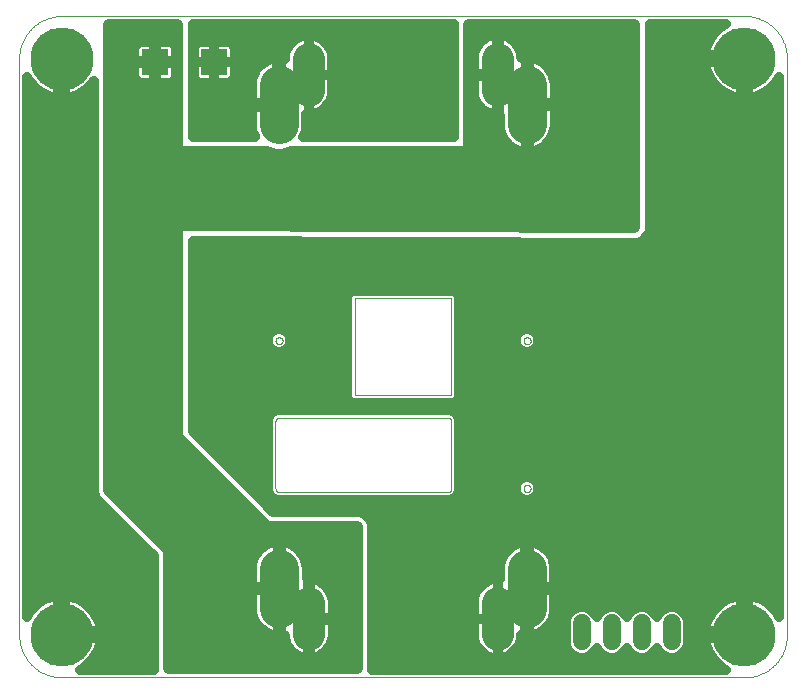
<source format=gbl>
G75*
%MOIN*%
%OFA0B0*%
%FSLAX25Y25*%
%IPPOS*%
%LPD*%
%AMOC8*
5,1,8,0,0,1.08239X$1,22.5*
%
%ADD10C,0.00000*%
%ADD11C,0.12992*%
%ADD12C,0.10630*%
%ADD13C,0.21000*%
%ADD14C,0.06000*%
%ADD15R,0.08600X0.08600*%
%ADD16C,0.03200*%
%ADD17C,0.01981*%
%ADD18C,0.04000*%
%ADD19C,0.01600*%
%ADD20C,0.03543*%
D10*
X0016773Y0003000D02*
X0244332Y0003000D01*
X0244674Y0003004D01*
X0245017Y0003017D01*
X0245359Y0003037D01*
X0245700Y0003066D01*
X0246040Y0003103D01*
X0246380Y0003149D01*
X0246718Y0003202D01*
X0247055Y0003264D01*
X0247390Y0003334D01*
X0247724Y0003412D01*
X0248055Y0003498D01*
X0248385Y0003592D01*
X0248712Y0003694D01*
X0249036Y0003803D01*
X0249358Y0003921D01*
X0249677Y0004046D01*
X0249992Y0004179D01*
X0250305Y0004320D01*
X0250613Y0004468D01*
X0250919Y0004623D01*
X0251220Y0004786D01*
X0251517Y0004956D01*
X0251810Y0005133D01*
X0252099Y0005318D01*
X0252383Y0005509D01*
X0252663Y0005707D01*
X0252937Y0005911D01*
X0253207Y0006123D01*
X0253471Y0006340D01*
X0253730Y0006564D01*
X0253984Y0006795D01*
X0254232Y0007031D01*
X0254474Y0007273D01*
X0254710Y0007521D01*
X0254941Y0007775D01*
X0255165Y0008034D01*
X0255382Y0008298D01*
X0255594Y0008568D01*
X0255798Y0008842D01*
X0255996Y0009122D01*
X0256187Y0009406D01*
X0256372Y0009695D01*
X0256549Y0009988D01*
X0256719Y0010285D01*
X0256882Y0010586D01*
X0257037Y0010892D01*
X0257185Y0011200D01*
X0257326Y0011513D01*
X0257459Y0011828D01*
X0257584Y0012147D01*
X0257702Y0012469D01*
X0257811Y0012793D01*
X0257913Y0013120D01*
X0258007Y0013450D01*
X0258093Y0013781D01*
X0258171Y0014115D01*
X0258241Y0014450D01*
X0258303Y0014787D01*
X0258356Y0015125D01*
X0258402Y0015465D01*
X0258439Y0015805D01*
X0258468Y0016146D01*
X0258488Y0016488D01*
X0258501Y0016831D01*
X0258505Y0017173D01*
X0258506Y0017173D02*
X0258506Y0209299D01*
X0258505Y0209299D02*
X0258501Y0209641D01*
X0258488Y0209984D01*
X0258468Y0210326D01*
X0258439Y0210667D01*
X0258402Y0211007D01*
X0258356Y0211347D01*
X0258303Y0211685D01*
X0258241Y0212022D01*
X0258171Y0212357D01*
X0258093Y0212691D01*
X0258007Y0213022D01*
X0257913Y0213352D01*
X0257811Y0213679D01*
X0257702Y0214003D01*
X0257584Y0214325D01*
X0257459Y0214644D01*
X0257326Y0214959D01*
X0257185Y0215272D01*
X0257037Y0215580D01*
X0256882Y0215886D01*
X0256719Y0216187D01*
X0256549Y0216484D01*
X0256372Y0216777D01*
X0256187Y0217066D01*
X0255996Y0217350D01*
X0255798Y0217630D01*
X0255594Y0217904D01*
X0255382Y0218174D01*
X0255165Y0218438D01*
X0254941Y0218697D01*
X0254710Y0218951D01*
X0254474Y0219199D01*
X0254232Y0219441D01*
X0253984Y0219677D01*
X0253730Y0219908D01*
X0253471Y0220132D01*
X0253207Y0220349D01*
X0252937Y0220561D01*
X0252663Y0220765D01*
X0252383Y0220963D01*
X0252099Y0221154D01*
X0251810Y0221339D01*
X0251517Y0221516D01*
X0251220Y0221686D01*
X0250919Y0221849D01*
X0250613Y0222004D01*
X0250305Y0222152D01*
X0249992Y0222293D01*
X0249677Y0222426D01*
X0249358Y0222551D01*
X0249036Y0222669D01*
X0248712Y0222778D01*
X0248385Y0222880D01*
X0248055Y0222974D01*
X0247724Y0223060D01*
X0247390Y0223138D01*
X0247055Y0223208D01*
X0246718Y0223270D01*
X0246380Y0223323D01*
X0246040Y0223369D01*
X0245700Y0223406D01*
X0245359Y0223435D01*
X0245017Y0223455D01*
X0244674Y0223468D01*
X0244332Y0223472D01*
X0016773Y0223472D01*
X0016431Y0223468D01*
X0016088Y0223455D01*
X0015746Y0223435D01*
X0015405Y0223406D01*
X0015065Y0223369D01*
X0014725Y0223323D01*
X0014387Y0223270D01*
X0014050Y0223208D01*
X0013715Y0223138D01*
X0013381Y0223060D01*
X0013050Y0222974D01*
X0012720Y0222880D01*
X0012393Y0222778D01*
X0012069Y0222669D01*
X0011747Y0222551D01*
X0011428Y0222426D01*
X0011113Y0222293D01*
X0010800Y0222152D01*
X0010492Y0222004D01*
X0010186Y0221849D01*
X0009885Y0221686D01*
X0009588Y0221516D01*
X0009295Y0221339D01*
X0009006Y0221154D01*
X0008722Y0220963D01*
X0008442Y0220765D01*
X0008168Y0220561D01*
X0007898Y0220349D01*
X0007634Y0220132D01*
X0007375Y0219908D01*
X0007121Y0219677D01*
X0006873Y0219441D01*
X0006631Y0219199D01*
X0006395Y0218951D01*
X0006164Y0218697D01*
X0005940Y0218438D01*
X0005723Y0218174D01*
X0005511Y0217904D01*
X0005307Y0217630D01*
X0005109Y0217350D01*
X0004918Y0217066D01*
X0004733Y0216777D01*
X0004556Y0216484D01*
X0004386Y0216187D01*
X0004223Y0215886D01*
X0004068Y0215580D01*
X0003920Y0215272D01*
X0003779Y0214959D01*
X0003646Y0214644D01*
X0003521Y0214325D01*
X0003403Y0214003D01*
X0003294Y0213679D01*
X0003192Y0213352D01*
X0003098Y0213022D01*
X0003012Y0212691D01*
X0002934Y0212357D01*
X0002864Y0212022D01*
X0002802Y0211685D01*
X0002749Y0211347D01*
X0002703Y0211007D01*
X0002666Y0210667D01*
X0002637Y0210326D01*
X0002617Y0209984D01*
X0002604Y0209641D01*
X0002600Y0209299D01*
X0002600Y0017173D01*
X0002604Y0016831D01*
X0002617Y0016488D01*
X0002637Y0016146D01*
X0002666Y0015805D01*
X0002703Y0015465D01*
X0002749Y0015125D01*
X0002802Y0014787D01*
X0002864Y0014450D01*
X0002934Y0014115D01*
X0003012Y0013781D01*
X0003098Y0013450D01*
X0003192Y0013120D01*
X0003294Y0012793D01*
X0003403Y0012469D01*
X0003521Y0012147D01*
X0003646Y0011828D01*
X0003779Y0011513D01*
X0003920Y0011200D01*
X0004068Y0010892D01*
X0004223Y0010586D01*
X0004386Y0010285D01*
X0004556Y0009988D01*
X0004733Y0009695D01*
X0004918Y0009406D01*
X0005109Y0009122D01*
X0005307Y0008842D01*
X0005511Y0008568D01*
X0005723Y0008298D01*
X0005940Y0008034D01*
X0006164Y0007775D01*
X0006395Y0007521D01*
X0006631Y0007273D01*
X0006873Y0007031D01*
X0007121Y0006795D01*
X0007375Y0006564D01*
X0007634Y0006340D01*
X0007898Y0006123D01*
X0008168Y0005911D01*
X0008442Y0005707D01*
X0008722Y0005509D01*
X0009006Y0005318D01*
X0009295Y0005133D01*
X0009588Y0004956D01*
X0009885Y0004786D01*
X0010186Y0004623D01*
X0010492Y0004468D01*
X0010800Y0004320D01*
X0011113Y0004179D01*
X0011428Y0004046D01*
X0011747Y0003921D01*
X0012069Y0003803D01*
X0012393Y0003694D01*
X0012720Y0003592D01*
X0013050Y0003498D01*
X0013381Y0003412D01*
X0013715Y0003334D01*
X0014050Y0003264D01*
X0014387Y0003202D01*
X0014725Y0003149D01*
X0015065Y0003103D01*
X0015405Y0003066D01*
X0015746Y0003037D01*
X0016088Y0003017D01*
X0016431Y0003004D01*
X0016773Y0003000D01*
X0088033Y0066031D02*
X0088033Y0088433D01*
X0088035Y0088499D01*
X0088040Y0088565D01*
X0088050Y0088631D01*
X0088063Y0088696D01*
X0088079Y0088760D01*
X0088099Y0088823D01*
X0088123Y0088885D01*
X0088150Y0088945D01*
X0088180Y0089004D01*
X0088214Y0089061D01*
X0088251Y0089116D01*
X0088291Y0089169D01*
X0088333Y0089220D01*
X0088379Y0089268D01*
X0088427Y0089314D01*
X0088478Y0089356D01*
X0088531Y0089396D01*
X0088586Y0089433D01*
X0088643Y0089467D01*
X0088702Y0089497D01*
X0088762Y0089524D01*
X0088824Y0089548D01*
X0088887Y0089568D01*
X0088951Y0089584D01*
X0089016Y0089597D01*
X0089082Y0089607D01*
X0089148Y0089612D01*
X0089214Y0089614D01*
X0145513Y0089614D01*
X0145579Y0089612D01*
X0145645Y0089607D01*
X0145711Y0089597D01*
X0145776Y0089584D01*
X0145840Y0089568D01*
X0145903Y0089548D01*
X0145965Y0089524D01*
X0146025Y0089497D01*
X0146084Y0089467D01*
X0146141Y0089433D01*
X0146196Y0089396D01*
X0146249Y0089356D01*
X0146300Y0089314D01*
X0146348Y0089268D01*
X0146394Y0089220D01*
X0146436Y0089169D01*
X0146476Y0089116D01*
X0146513Y0089061D01*
X0146547Y0089004D01*
X0146577Y0088945D01*
X0146604Y0088885D01*
X0146628Y0088823D01*
X0146648Y0088760D01*
X0146664Y0088696D01*
X0146677Y0088631D01*
X0146687Y0088565D01*
X0146692Y0088499D01*
X0146694Y0088433D01*
X0146694Y0065992D01*
X0146692Y0065926D01*
X0146687Y0065860D01*
X0146677Y0065794D01*
X0146664Y0065729D01*
X0146648Y0065665D01*
X0146628Y0065602D01*
X0146604Y0065540D01*
X0146577Y0065480D01*
X0146547Y0065421D01*
X0146513Y0065364D01*
X0146476Y0065309D01*
X0146436Y0065256D01*
X0146394Y0065205D01*
X0146348Y0065157D01*
X0146300Y0065111D01*
X0146249Y0065069D01*
X0146196Y0065029D01*
X0146141Y0064992D01*
X0146084Y0064958D01*
X0146025Y0064928D01*
X0145965Y0064901D01*
X0145903Y0064877D01*
X0145840Y0064857D01*
X0145776Y0064841D01*
X0145711Y0064828D01*
X0145645Y0064818D01*
X0145579Y0064813D01*
X0145513Y0064811D01*
X0089214Y0064811D01*
X0089148Y0064813D01*
X0089082Y0064818D01*
X0089016Y0064828D01*
X0088951Y0064841D01*
X0088887Y0064857D01*
X0088824Y0064877D01*
X0088762Y0064901D01*
X0088702Y0064928D01*
X0088643Y0064958D01*
X0088586Y0064992D01*
X0088531Y0065029D01*
X0088478Y0065069D01*
X0088427Y0065111D01*
X0088379Y0065157D01*
X0088333Y0065205D01*
X0088291Y0065256D01*
X0088251Y0065309D01*
X0088214Y0065364D01*
X0088180Y0065421D01*
X0088150Y0065480D01*
X0088123Y0065540D01*
X0088099Y0065602D01*
X0088079Y0065665D01*
X0088063Y0065729D01*
X0088050Y0065794D01*
X0088040Y0065860D01*
X0088035Y0065926D01*
X0088033Y0065992D01*
X0114411Y0097094D02*
X0146694Y0097094D01*
X0146694Y0129378D01*
X0114411Y0129378D01*
X0114411Y0097094D01*
X0088033Y0115205D02*
X0088035Y0115274D01*
X0088041Y0115342D01*
X0088051Y0115410D01*
X0088065Y0115477D01*
X0088083Y0115544D01*
X0088104Y0115609D01*
X0088130Y0115673D01*
X0088159Y0115735D01*
X0088191Y0115795D01*
X0088227Y0115854D01*
X0088267Y0115910D01*
X0088309Y0115964D01*
X0088355Y0116015D01*
X0088404Y0116064D01*
X0088455Y0116110D01*
X0088509Y0116152D01*
X0088565Y0116192D01*
X0088623Y0116228D01*
X0088684Y0116260D01*
X0088746Y0116289D01*
X0088810Y0116315D01*
X0088875Y0116336D01*
X0088942Y0116354D01*
X0089009Y0116368D01*
X0089077Y0116378D01*
X0089145Y0116384D01*
X0089214Y0116386D01*
X0089283Y0116384D01*
X0089351Y0116378D01*
X0089419Y0116368D01*
X0089486Y0116354D01*
X0089553Y0116336D01*
X0089618Y0116315D01*
X0089682Y0116289D01*
X0089744Y0116260D01*
X0089804Y0116228D01*
X0089863Y0116192D01*
X0089919Y0116152D01*
X0089973Y0116110D01*
X0090024Y0116064D01*
X0090073Y0116015D01*
X0090119Y0115964D01*
X0090161Y0115910D01*
X0090201Y0115854D01*
X0090237Y0115795D01*
X0090269Y0115735D01*
X0090298Y0115673D01*
X0090324Y0115609D01*
X0090345Y0115544D01*
X0090363Y0115477D01*
X0090377Y0115410D01*
X0090387Y0115342D01*
X0090393Y0115274D01*
X0090395Y0115205D01*
X0090393Y0115136D01*
X0090387Y0115068D01*
X0090377Y0115000D01*
X0090363Y0114933D01*
X0090345Y0114866D01*
X0090324Y0114801D01*
X0090298Y0114737D01*
X0090269Y0114675D01*
X0090237Y0114614D01*
X0090201Y0114556D01*
X0090161Y0114500D01*
X0090119Y0114446D01*
X0090073Y0114395D01*
X0090024Y0114346D01*
X0089973Y0114300D01*
X0089919Y0114258D01*
X0089863Y0114218D01*
X0089805Y0114182D01*
X0089744Y0114150D01*
X0089682Y0114121D01*
X0089618Y0114095D01*
X0089553Y0114074D01*
X0089486Y0114056D01*
X0089419Y0114042D01*
X0089351Y0114032D01*
X0089283Y0114026D01*
X0089214Y0114024D01*
X0089145Y0114026D01*
X0089077Y0114032D01*
X0089009Y0114042D01*
X0088942Y0114056D01*
X0088875Y0114074D01*
X0088810Y0114095D01*
X0088746Y0114121D01*
X0088684Y0114150D01*
X0088623Y0114182D01*
X0088565Y0114218D01*
X0088509Y0114258D01*
X0088455Y0114300D01*
X0088404Y0114346D01*
X0088355Y0114395D01*
X0088309Y0114446D01*
X0088267Y0114500D01*
X0088227Y0114556D01*
X0088191Y0114614D01*
X0088159Y0114675D01*
X0088130Y0114737D01*
X0088104Y0114801D01*
X0088083Y0114866D01*
X0088065Y0114933D01*
X0088051Y0115000D01*
X0088041Y0115068D01*
X0088035Y0115136D01*
X0088033Y0115205D01*
X0170710Y0115205D02*
X0170712Y0115274D01*
X0170718Y0115342D01*
X0170728Y0115410D01*
X0170742Y0115477D01*
X0170760Y0115544D01*
X0170781Y0115609D01*
X0170807Y0115673D01*
X0170836Y0115735D01*
X0170868Y0115795D01*
X0170904Y0115854D01*
X0170944Y0115910D01*
X0170986Y0115964D01*
X0171032Y0116015D01*
X0171081Y0116064D01*
X0171132Y0116110D01*
X0171186Y0116152D01*
X0171242Y0116192D01*
X0171300Y0116228D01*
X0171361Y0116260D01*
X0171423Y0116289D01*
X0171487Y0116315D01*
X0171552Y0116336D01*
X0171619Y0116354D01*
X0171686Y0116368D01*
X0171754Y0116378D01*
X0171822Y0116384D01*
X0171891Y0116386D01*
X0171960Y0116384D01*
X0172028Y0116378D01*
X0172096Y0116368D01*
X0172163Y0116354D01*
X0172230Y0116336D01*
X0172295Y0116315D01*
X0172359Y0116289D01*
X0172421Y0116260D01*
X0172481Y0116228D01*
X0172540Y0116192D01*
X0172596Y0116152D01*
X0172650Y0116110D01*
X0172701Y0116064D01*
X0172750Y0116015D01*
X0172796Y0115964D01*
X0172838Y0115910D01*
X0172878Y0115854D01*
X0172914Y0115795D01*
X0172946Y0115735D01*
X0172975Y0115673D01*
X0173001Y0115609D01*
X0173022Y0115544D01*
X0173040Y0115477D01*
X0173054Y0115410D01*
X0173064Y0115342D01*
X0173070Y0115274D01*
X0173072Y0115205D01*
X0173070Y0115136D01*
X0173064Y0115068D01*
X0173054Y0115000D01*
X0173040Y0114933D01*
X0173022Y0114866D01*
X0173001Y0114801D01*
X0172975Y0114737D01*
X0172946Y0114675D01*
X0172914Y0114614D01*
X0172878Y0114556D01*
X0172838Y0114500D01*
X0172796Y0114446D01*
X0172750Y0114395D01*
X0172701Y0114346D01*
X0172650Y0114300D01*
X0172596Y0114258D01*
X0172540Y0114218D01*
X0172482Y0114182D01*
X0172421Y0114150D01*
X0172359Y0114121D01*
X0172295Y0114095D01*
X0172230Y0114074D01*
X0172163Y0114056D01*
X0172096Y0114042D01*
X0172028Y0114032D01*
X0171960Y0114026D01*
X0171891Y0114024D01*
X0171822Y0114026D01*
X0171754Y0114032D01*
X0171686Y0114042D01*
X0171619Y0114056D01*
X0171552Y0114074D01*
X0171487Y0114095D01*
X0171423Y0114121D01*
X0171361Y0114150D01*
X0171300Y0114182D01*
X0171242Y0114218D01*
X0171186Y0114258D01*
X0171132Y0114300D01*
X0171081Y0114346D01*
X0171032Y0114395D01*
X0170986Y0114446D01*
X0170944Y0114500D01*
X0170904Y0114556D01*
X0170868Y0114614D01*
X0170836Y0114675D01*
X0170807Y0114737D01*
X0170781Y0114801D01*
X0170760Y0114866D01*
X0170742Y0114933D01*
X0170728Y0115000D01*
X0170718Y0115068D01*
X0170712Y0115136D01*
X0170710Y0115205D01*
X0170710Y0065992D02*
X0170712Y0066061D01*
X0170718Y0066129D01*
X0170728Y0066197D01*
X0170742Y0066264D01*
X0170760Y0066331D01*
X0170781Y0066396D01*
X0170807Y0066460D01*
X0170836Y0066522D01*
X0170868Y0066582D01*
X0170904Y0066641D01*
X0170944Y0066697D01*
X0170986Y0066751D01*
X0171032Y0066802D01*
X0171081Y0066851D01*
X0171132Y0066897D01*
X0171186Y0066939D01*
X0171242Y0066979D01*
X0171300Y0067015D01*
X0171361Y0067047D01*
X0171423Y0067076D01*
X0171487Y0067102D01*
X0171552Y0067123D01*
X0171619Y0067141D01*
X0171686Y0067155D01*
X0171754Y0067165D01*
X0171822Y0067171D01*
X0171891Y0067173D01*
X0171960Y0067171D01*
X0172028Y0067165D01*
X0172096Y0067155D01*
X0172163Y0067141D01*
X0172230Y0067123D01*
X0172295Y0067102D01*
X0172359Y0067076D01*
X0172421Y0067047D01*
X0172481Y0067015D01*
X0172540Y0066979D01*
X0172596Y0066939D01*
X0172650Y0066897D01*
X0172701Y0066851D01*
X0172750Y0066802D01*
X0172796Y0066751D01*
X0172838Y0066697D01*
X0172878Y0066641D01*
X0172914Y0066582D01*
X0172946Y0066522D01*
X0172975Y0066460D01*
X0173001Y0066396D01*
X0173022Y0066331D01*
X0173040Y0066264D01*
X0173054Y0066197D01*
X0173064Y0066129D01*
X0173070Y0066061D01*
X0173072Y0065992D01*
X0173070Y0065923D01*
X0173064Y0065855D01*
X0173054Y0065787D01*
X0173040Y0065720D01*
X0173022Y0065653D01*
X0173001Y0065588D01*
X0172975Y0065524D01*
X0172946Y0065462D01*
X0172914Y0065401D01*
X0172878Y0065343D01*
X0172838Y0065287D01*
X0172796Y0065233D01*
X0172750Y0065182D01*
X0172701Y0065133D01*
X0172650Y0065087D01*
X0172596Y0065045D01*
X0172540Y0065005D01*
X0172482Y0064969D01*
X0172421Y0064937D01*
X0172359Y0064908D01*
X0172295Y0064882D01*
X0172230Y0064861D01*
X0172163Y0064843D01*
X0172096Y0064829D01*
X0172028Y0064819D01*
X0171960Y0064813D01*
X0171891Y0064811D01*
X0171822Y0064813D01*
X0171754Y0064819D01*
X0171686Y0064829D01*
X0171619Y0064843D01*
X0171552Y0064861D01*
X0171487Y0064882D01*
X0171423Y0064908D01*
X0171361Y0064937D01*
X0171300Y0064969D01*
X0171242Y0065005D01*
X0171186Y0065045D01*
X0171132Y0065087D01*
X0171081Y0065133D01*
X0171032Y0065182D01*
X0170986Y0065233D01*
X0170944Y0065287D01*
X0170904Y0065343D01*
X0170868Y0065401D01*
X0170836Y0065462D01*
X0170807Y0065524D01*
X0170781Y0065588D01*
X0170760Y0065653D01*
X0170742Y0065720D01*
X0170728Y0065787D01*
X0170718Y0065855D01*
X0170712Y0065923D01*
X0170710Y0065992D01*
D11*
X0171891Y0039102D02*
X0171891Y0026110D01*
X0089214Y0026110D02*
X0089214Y0039102D01*
X0089214Y0187370D02*
X0089214Y0200362D01*
X0171891Y0200362D02*
X0171891Y0187370D01*
D12*
X0162049Y0198551D02*
X0162049Y0209181D01*
X0099057Y0209181D02*
X0099057Y0198551D01*
X0099057Y0027921D02*
X0099057Y0017291D01*
X0162049Y0017291D02*
X0162049Y0027921D01*
D13*
X0244332Y0017173D03*
X0244332Y0209299D03*
X0016773Y0209299D03*
X0016773Y0017173D03*
D14*
X0190100Y0015000D02*
X0190100Y0021000D01*
X0200100Y0021000D02*
X0200100Y0015000D01*
X0210100Y0015000D02*
X0210100Y0021000D01*
X0220100Y0021000D02*
X0220100Y0015000D01*
D15*
X0067600Y0208000D03*
X0047915Y0208000D03*
D16*
X0060413Y0207705D02*
X0060700Y0207705D01*
X0060700Y0208000D02*
X0060700Y0203444D01*
X0060800Y0202942D01*
X0060996Y0202468D01*
X0061280Y0202043D01*
X0061643Y0201680D01*
X0062068Y0201396D01*
X0062542Y0201200D01*
X0063044Y0201100D01*
X0067600Y0201100D01*
X0072156Y0201100D01*
X0072658Y0201200D01*
X0073132Y0201396D01*
X0073557Y0201680D01*
X0073920Y0202043D01*
X0074204Y0202468D01*
X0074400Y0202942D01*
X0074500Y0203444D01*
X0074500Y0208000D01*
X0074500Y0212556D01*
X0074400Y0213058D01*
X0074204Y0213532D01*
X0073920Y0213957D01*
X0073557Y0214320D01*
X0073132Y0214604D01*
X0072658Y0214800D01*
X0072156Y0214900D01*
X0067600Y0214900D01*
X0067600Y0208000D01*
X0074500Y0208000D01*
X0067600Y0208000D01*
X0067600Y0208000D01*
X0067600Y0208000D01*
X0067600Y0201100D01*
X0067600Y0208000D01*
X0067600Y0208000D01*
X0067600Y0208000D01*
X0060700Y0208000D01*
X0060700Y0212556D01*
X0060800Y0213058D01*
X0060996Y0213532D01*
X0061280Y0213957D01*
X0061643Y0214320D01*
X0062068Y0214604D01*
X0062542Y0214800D01*
X0063044Y0214900D01*
X0067600Y0214900D01*
X0067600Y0208000D01*
X0060700Y0208000D01*
X0060700Y0210903D02*
X0060413Y0210903D01*
X0060413Y0214102D02*
X0061425Y0214102D01*
X0060413Y0217300D02*
X0147425Y0217300D01*
X0147425Y0220499D02*
X0060413Y0220499D01*
X0060413Y0220872D02*
X0147425Y0220872D01*
X0147425Y0183175D01*
X0097295Y0183175D01*
X0097390Y0183338D01*
X0097846Y0184440D01*
X0098155Y0185592D01*
X0098310Y0186774D01*
X0098310Y0190666D01*
X0098538Y0190636D01*
X0099057Y0190636D01*
X0099575Y0190636D01*
X0100604Y0190772D01*
X0101606Y0191040D01*
X0102565Y0191437D01*
X0103463Y0191956D01*
X0104287Y0192588D01*
X0105020Y0193321D01*
X0105652Y0194144D01*
X0106171Y0195043D01*
X0106568Y0196002D01*
X0106836Y0197004D01*
X0106972Y0198032D01*
X0106972Y0203866D01*
X0099057Y0203866D01*
X0099057Y0203866D01*
X0106972Y0203866D01*
X0106972Y0209700D01*
X0106836Y0210729D01*
X0106568Y0211731D01*
X0106171Y0212689D01*
X0105652Y0213588D01*
X0105020Y0214411D01*
X0104287Y0215145D01*
X0103463Y0215776D01*
X0102565Y0216295D01*
X0101606Y0216692D01*
X0100604Y0216961D01*
X0099575Y0217096D01*
X0099057Y0217096D01*
X0099057Y0203866D01*
X0099057Y0190636D01*
X0099057Y0203866D01*
X0099057Y0203866D01*
X0099057Y0203866D01*
X0099057Y0217096D01*
X0098538Y0217096D01*
X0097509Y0216961D01*
X0096507Y0216692D01*
X0095548Y0216295D01*
X0094650Y0215776D01*
X0093827Y0215145D01*
X0093093Y0214411D01*
X0092462Y0213588D01*
X0091943Y0212689D01*
X0091546Y0211731D01*
X0091277Y0210729D01*
X0091142Y0209700D01*
X0091142Y0209263D01*
X0090993Y0209303D01*
X0089810Y0209458D01*
X0089780Y0209458D01*
X0089780Y0194432D01*
X0088649Y0194432D01*
X0088649Y0209458D01*
X0088618Y0209458D01*
X0087436Y0209303D01*
X0086284Y0208994D01*
X0085182Y0208538D01*
X0084150Y0207942D01*
X0083204Y0207216D01*
X0082361Y0206373D01*
X0081635Y0205427D01*
X0081039Y0204394D01*
X0080582Y0203292D01*
X0080274Y0202141D01*
X0080118Y0200958D01*
X0080118Y0194431D01*
X0088649Y0194431D01*
X0088649Y0193301D01*
X0080118Y0193301D01*
X0080118Y0186774D01*
X0080274Y0185592D01*
X0080582Y0184440D01*
X0081039Y0183338D01*
X0081133Y0183175D01*
X0060413Y0183175D01*
X0060413Y0220872D01*
X0067600Y0214102D02*
X0067600Y0214102D01*
X0067600Y0210903D02*
X0067600Y0210903D01*
X0067600Y0207705D02*
X0067600Y0207705D01*
X0067600Y0204506D02*
X0067600Y0204506D01*
X0067600Y0201308D02*
X0067600Y0201308D01*
X0072919Y0201308D02*
X0080164Y0201308D01*
X0081103Y0204506D02*
X0074500Y0204506D01*
X0074500Y0207705D02*
X0083841Y0207705D01*
X0088649Y0207705D02*
X0089780Y0207705D01*
X0089780Y0204506D02*
X0088649Y0204506D01*
X0088649Y0201308D02*
X0089780Y0201308D01*
X0089780Y0198109D02*
X0088649Y0198109D01*
X0088649Y0194911D02*
X0089780Y0194911D01*
X0099057Y0194911D02*
X0099057Y0194911D01*
X0099057Y0198109D02*
X0099057Y0198109D01*
X0099057Y0201308D02*
X0099057Y0201308D01*
X0099057Y0204506D02*
X0099057Y0204506D01*
X0099057Y0207705D02*
X0099057Y0207705D01*
X0099057Y0210903D02*
X0099057Y0210903D01*
X0099057Y0214102D02*
X0099057Y0214102D01*
X0092856Y0214102D02*
X0073775Y0214102D01*
X0074500Y0210903D02*
X0091324Y0210903D01*
X0105258Y0214102D02*
X0147425Y0214102D01*
X0147425Y0210903D02*
X0106789Y0210903D01*
X0106972Y0207705D02*
X0147425Y0207705D01*
X0147425Y0204506D02*
X0106972Y0204506D01*
X0106972Y0201308D02*
X0147425Y0201308D01*
X0147425Y0198109D02*
X0106972Y0198109D01*
X0106094Y0194911D02*
X0147425Y0194911D01*
X0147425Y0191712D02*
X0103041Y0191712D01*
X0099057Y0191712D02*
X0099057Y0191712D01*
X0098310Y0188514D02*
X0147425Y0188514D01*
X0147425Y0185315D02*
X0098080Y0185315D01*
X0080348Y0185315D02*
X0060413Y0185315D01*
X0060413Y0188514D02*
X0080118Y0188514D01*
X0080118Y0191712D02*
X0060413Y0191712D01*
X0060413Y0194911D02*
X0080118Y0194911D01*
X0080118Y0198109D02*
X0060413Y0198109D01*
X0060413Y0201308D02*
X0062281Y0201308D01*
X0060700Y0204506D02*
X0060413Y0204506D01*
X0027425Y0201662D02*
X0027425Y0064471D01*
X0028213Y0062569D01*
X0047425Y0043357D01*
X0047425Y0005600D01*
X0022911Y0005600D01*
X0023516Y0005923D01*
X0024586Y0006639D01*
X0025581Y0007455D01*
X0026491Y0008365D01*
X0027308Y0009360D01*
X0028023Y0010430D01*
X0028630Y0011565D01*
X0029122Y0012755D01*
X0029496Y0013986D01*
X0029747Y0015249D01*
X0029823Y0016017D01*
X0017929Y0016017D01*
X0017929Y0018329D01*
X0015617Y0018329D01*
X0015617Y0030223D01*
X0014849Y0030147D01*
X0013586Y0029896D01*
X0012355Y0029522D01*
X0011165Y0029030D01*
X0010030Y0028423D01*
X0008960Y0027708D01*
X0007965Y0026891D01*
X0007055Y0025981D01*
X0006239Y0024986D01*
X0005523Y0023916D01*
X0005200Y0023311D01*
X0005200Y0203161D01*
X0005523Y0202556D01*
X0006239Y0201486D01*
X0007055Y0200491D01*
X0007965Y0199581D01*
X0008960Y0198765D01*
X0010030Y0198049D01*
X0011165Y0197443D01*
X0012355Y0196950D01*
X0013586Y0196576D01*
X0014849Y0196325D01*
X0015617Y0196250D01*
X0015617Y0208143D01*
X0017929Y0208143D01*
X0017929Y0196250D01*
X0018698Y0196325D01*
X0019960Y0196576D01*
X0021192Y0196950D01*
X0022381Y0197443D01*
X0023516Y0198049D01*
X0024586Y0198765D01*
X0025581Y0199581D01*
X0026491Y0200491D01*
X0027308Y0201486D01*
X0027425Y0201662D01*
X0027425Y0201308D02*
X0027161Y0201308D01*
X0027425Y0198109D02*
X0023606Y0198109D01*
X0027425Y0194911D02*
X0005200Y0194911D01*
X0005200Y0198109D02*
X0009941Y0198109D01*
X0006385Y0201308D02*
X0005200Y0201308D01*
X0015617Y0201308D02*
X0017929Y0201308D01*
X0017929Y0204506D02*
X0015617Y0204506D01*
X0015617Y0207705D02*
X0017929Y0207705D01*
X0017929Y0198109D02*
X0015617Y0198109D01*
X0005200Y0191712D02*
X0027425Y0191712D01*
X0027425Y0188514D02*
X0005200Y0188514D01*
X0005200Y0185315D02*
X0027425Y0185315D01*
X0027425Y0182117D02*
X0005200Y0182117D01*
X0005200Y0178918D02*
X0027425Y0178918D01*
X0027425Y0175720D02*
X0005200Y0175720D01*
X0005200Y0172521D02*
X0027425Y0172521D01*
X0027425Y0169323D02*
X0005200Y0169323D01*
X0005200Y0166124D02*
X0027425Y0166124D01*
X0027425Y0162926D02*
X0005200Y0162926D01*
X0005200Y0159727D02*
X0027425Y0159727D01*
X0027425Y0156529D02*
X0005200Y0156529D01*
X0005200Y0153330D02*
X0027425Y0153330D01*
X0027425Y0150132D02*
X0005200Y0150132D01*
X0005200Y0146933D02*
X0027425Y0146933D01*
X0027425Y0143734D02*
X0005200Y0143734D01*
X0005200Y0140536D02*
X0027425Y0140536D01*
X0027425Y0137337D02*
X0005200Y0137337D01*
X0005200Y0134139D02*
X0027425Y0134139D01*
X0027425Y0130940D02*
X0005200Y0130940D01*
X0005200Y0127742D02*
X0027425Y0127742D01*
X0027425Y0124543D02*
X0005200Y0124543D01*
X0005200Y0121345D02*
X0027425Y0121345D01*
X0027425Y0118146D02*
X0005200Y0118146D01*
X0005200Y0114948D02*
X0027425Y0114948D01*
X0027425Y0111749D02*
X0005200Y0111749D01*
X0005200Y0108551D02*
X0027425Y0108551D01*
X0027425Y0105352D02*
X0005200Y0105352D01*
X0005200Y0102154D02*
X0027425Y0102154D01*
X0027425Y0098955D02*
X0005200Y0098955D01*
X0005200Y0095757D02*
X0027425Y0095757D01*
X0027425Y0092558D02*
X0005200Y0092558D01*
X0005200Y0089360D02*
X0027425Y0089360D01*
X0027425Y0086161D02*
X0005200Y0086161D01*
X0005200Y0082963D02*
X0027425Y0082963D01*
X0027425Y0079764D02*
X0005200Y0079764D01*
X0005200Y0076566D02*
X0027425Y0076566D01*
X0027425Y0073367D02*
X0005200Y0073367D01*
X0005200Y0070169D02*
X0027425Y0070169D01*
X0027425Y0066970D02*
X0005200Y0066970D01*
X0005200Y0063772D02*
X0027715Y0063772D01*
X0030209Y0060573D02*
X0005200Y0060573D01*
X0005200Y0057375D02*
X0033407Y0057375D01*
X0036606Y0054176D02*
X0005200Y0054176D01*
X0005200Y0050978D02*
X0039804Y0050978D01*
X0043003Y0047779D02*
X0005200Y0047779D01*
X0005200Y0044581D02*
X0046201Y0044581D01*
X0047425Y0041382D02*
X0005200Y0041382D01*
X0005200Y0038184D02*
X0047425Y0038184D01*
X0047425Y0034985D02*
X0005200Y0034985D01*
X0005200Y0031787D02*
X0047425Y0031787D01*
X0047425Y0028588D02*
X0023207Y0028588D01*
X0023516Y0028423D02*
X0022381Y0029030D01*
X0021192Y0029522D01*
X0019960Y0029896D01*
X0018698Y0030147D01*
X0017929Y0030223D01*
X0017929Y0018329D01*
X0029823Y0018329D01*
X0029747Y0019098D01*
X0029496Y0020360D01*
X0029122Y0021592D01*
X0028630Y0022781D01*
X0028023Y0023916D01*
X0027308Y0024986D01*
X0026491Y0025981D01*
X0025581Y0026891D01*
X0024586Y0027708D01*
X0023516Y0028423D01*
X0026977Y0025390D02*
X0047425Y0025390D01*
X0047425Y0022191D02*
X0028874Y0022191D01*
X0029757Y0018993D02*
X0047425Y0018993D01*
X0047425Y0015794D02*
X0029801Y0015794D01*
X0029056Y0012596D02*
X0047425Y0012596D01*
X0047425Y0009397D02*
X0027333Y0009397D01*
X0023928Y0006199D02*
X0047425Y0006199D01*
X0017929Y0018993D02*
X0015617Y0018993D01*
X0015617Y0022191D02*
X0017929Y0022191D01*
X0017929Y0025390D02*
X0015617Y0025390D01*
X0015617Y0028588D02*
X0017929Y0028588D01*
X0010339Y0028588D02*
X0005200Y0028588D01*
X0005200Y0025390D02*
X0006569Y0025390D01*
X0065760Y0079764D02*
X0085433Y0079764D01*
X0085433Y0082963D02*
X0062576Y0082963D01*
X0060413Y0085136D02*
X0060413Y0148586D01*
X0206558Y0147831D01*
X0206571Y0147825D01*
X0207586Y0147825D01*
X0208603Y0147820D01*
X0208615Y0147825D01*
X0208629Y0147825D01*
X0209567Y0148214D01*
X0210509Y0148598D01*
X0210518Y0148608D01*
X0210531Y0148613D01*
X0211250Y0149331D01*
X0211972Y0150046D01*
X0211977Y0150059D01*
X0211987Y0150069D01*
X0212376Y0151008D01*
X0212769Y0151944D01*
X0212769Y0151958D01*
X0212775Y0151971D01*
X0212775Y0152986D01*
X0212780Y0154003D01*
X0212775Y0154015D01*
X0212775Y0220872D01*
X0238195Y0220872D01*
X0237589Y0220549D01*
X0236519Y0219834D01*
X0235524Y0219017D01*
X0234614Y0218107D01*
X0233798Y0217112D01*
X0233082Y0216042D01*
X0232476Y0214907D01*
X0231983Y0213718D01*
X0231610Y0212486D01*
X0231358Y0211224D01*
X0231283Y0210455D01*
X0243176Y0210455D01*
X0243176Y0208143D01*
X0231283Y0208143D01*
X0231358Y0207375D01*
X0231610Y0206112D01*
X0231983Y0204881D01*
X0232476Y0203691D01*
X0233082Y0202556D01*
X0233798Y0201486D01*
X0234614Y0200491D01*
X0235524Y0199581D01*
X0236519Y0198765D01*
X0237589Y0198049D01*
X0238725Y0197443D01*
X0239914Y0196950D01*
X0241145Y0196576D01*
X0242408Y0196325D01*
X0243176Y0196250D01*
X0243176Y0208143D01*
X0245488Y0208143D01*
X0245488Y0196250D01*
X0246257Y0196325D01*
X0247519Y0196576D01*
X0248751Y0196950D01*
X0249940Y0197443D01*
X0251075Y0198049D01*
X0252145Y0198765D01*
X0253140Y0199581D01*
X0254050Y0200491D01*
X0254867Y0201486D01*
X0255582Y0202556D01*
X0255906Y0203161D01*
X0255906Y0023311D01*
X0255582Y0023916D01*
X0254867Y0024986D01*
X0254050Y0025981D01*
X0253140Y0026891D01*
X0252145Y0027708D01*
X0251075Y0028423D01*
X0249940Y0029030D01*
X0248751Y0029522D01*
X0247519Y0029896D01*
X0246257Y0030147D01*
X0245488Y0030223D01*
X0245488Y0018329D01*
X0243176Y0018329D01*
X0243176Y0016017D01*
X0231283Y0016017D01*
X0231358Y0015249D01*
X0231610Y0013986D01*
X0231983Y0012755D01*
X0232476Y0011565D01*
X0233082Y0010430D01*
X0233798Y0009360D01*
X0234614Y0008365D01*
X0235524Y0007455D01*
X0236519Y0006639D01*
X0237589Y0005923D01*
X0238195Y0005600D01*
X0120275Y0005600D01*
X0120275Y0054029D01*
X0119487Y0055931D01*
X0118031Y0057387D01*
X0116129Y0058175D01*
X0087250Y0058175D01*
X0060413Y0085136D01*
X0060413Y0086161D02*
X0085433Y0086161D01*
X0085433Y0089360D02*
X0060413Y0089360D01*
X0060413Y0092558D02*
X0255906Y0092558D01*
X0255906Y0089360D02*
X0149294Y0089360D01*
X0149294Y0089446D02*
X0148281Y0091201D01*
X0146527Y0092214D01*
X0088201Y0092214D01*
X0086446Y0091201D01*
X0085433Y0089446D01*
X0085433Y0066509D01*
X0085433Y0064979D01*
X0086446Y0063224D01*
X0086446Y0063224D01*
X0086446Y0063224D01*
X0088201Y0062211D01*
X0146527Y0062211D01*
X0148281Y0063224D01*
X0148281Y0063224D01*
X0148281Y0063224D01*
X0149294Y0064979D01*
X0149294Y0089446D01*
X0148281Y0091201D02*
X0148281Y0091201D01*
X0148281Y0091201D01*
X0147212Y0094494D02*
X0148167Y0094890D01*
X0148899Y0095622D01*
X0149294Y0096577D01*
X0149294Y0129895D01*
X0148899Y0130851D01*
X0148167Y0131582D01*
X0147212Y0131978D01*
X0113894Y0131978D01*
X0112938Y0131582D01*
X0112207Y0130851D01*
X0111811Y0129895D01*
X0111811Y0128861D01*
X0111811Y0097612D01*
X0111811Y0096577D01*
X0112207Y0095622D01*
X0112938Y0094890D01*
X0113894Y0094494D01*
X0147212Y0094494D01*
X0148955Y0095757D02*
X0255906Y0095757D01*
X0255906Y0098955D02*
X0149294Y0098955D01*
X0149294Y0102154D02*
X0255906Y0102154D01*
X0255906Y0105352D02*
X0149294Y0105352D01*
X0149294Y0108551D02*
X0255906Y0108551D01*
X0255906Y0111749D02*
X0173430Y0111749D01*
X0174033Y0111999D02*
X0175097Y0113063D01*
X0175672Y0114453D01*
X0175672Y0115957D01*
X0175097Y0117347D01*
X0174033Y0118410D01*
X0172643Y0118986D01*
X0171139Y0118986D01*
X0169750Y0118410D01*
X0168686Y0117347D01*
X0168110Y0115957D01*
X0168110Y0114453D01*
X0168686Y0113063D01*
X0169750Y0111999D01*
X0171139Y0111424D01*
X0172643Y0111424D01*
X0174033Y0111999D01*
X0175672Y0114948D02*
X0255906Y0114948D01*
X0255906Y0118146D02*
X0174297Y0118146D01*
X0169486Y0118146D02*
X0149294Y0118146D01*
X0149294Y0121345D02*
X0255906Y0121345D01*
X0255906Y0124543D02*
X0149294Y0124543D01*
X0149294Y0127742D02*
X0255906Y0127742D01*
X0255906Y0130940D02*
X0148809Y0130940D01*
X0149294Y0114948D02*
X0168110Y0114948D01*
X0170353Y0111749D02*
X0149294Y0111749D01*
X0149294Y0086161D02*
X0255906Y0086161D01*
X0255906Y0082963D02*
X0149294Y0082963D01*
X0149294Y0079764D02*
X0255906Y0079764D01*
X0255906Y0076566D02*
X0149294Y0076566D01*
X0149294Y0073367D02*
X0255906Y0073367D01*
X0255906Y0070169D02*
X0149294Y0070169D01*
X0149294Y0066970D02*
X0168204Y0066970D01*
X0168110Y0066744D02*
X0168110Y0065240D01*
X0168686Y0063850D01*
X0169750Y0062787D01*
X0171139Y0062211D01*
X0172643Y0062211D01*
X0174033Y0062787D01*
X0175097Y0063850D01*
X0175672Y0065240D01*
X0175672Y0066744D01*
X0175097Y0068134D01*
X0174033Y0069198D01*
X0172643Y0069773D01*
X0171139Y0069773D01*
X0169750Y0069198D01*
X0168686Y0068134D01*
X0168110Y0066744D01*
X0168764Y0063772D02*
X0148597Y0063772D01*
X0165881Y0045956D02*
X0165038Y0045113D01*
X0164312Y0044167D01*
X0163716Y0043134D01*
X0163260Y0042032D01*
X0162951Y0040881D01*
X0162795Y0039699D01*
X0162795Y0035806D01*
X0162568Y0035836D01*
X0162049Y0035836D01*
X0162049Y0022606D01*
X0162049Y0009376D01*
X0162568Y0009376D01*
X0163596Y0009512D01*
X0164598Y0009780D01*
X0165557Y0010177D01*
X0166456Y0010696D01*
X0167279Y0011328D01*
X0168012Y0012061D01*
X0168644Y0012885D01*
X0169163Y0013783D01*
X0169560Y0014742D01*
X0169828Y0015744D01*
X0169964Y0016773D01*
X0169964Y0017210D01*
X0170113Y0017170D01*
X0171295Y0017014D01*
X0171326Y0017014D01*
X0171326Y0032041D01*
X0172457Y0032041D01*
X0172457Y0033172D01*
X0171326Y0033172D01*
X0171326Y0048198D01*
X0171295Y0048198D01*
X0170113Y0048043D01*
X0168961Y0047734D01*
X0167860Y0047278D01*
X0166827Y0046682D01*
X0165881Y0045956D01*
X0164630Y0044581D02*
X0120275Y0044581D01*
X0120275Y0041382D02*
X0163085Y0041382D01*
X0162795Y0038184D02*
X0120275Y0038184D01*
X0120275Y0034985D02*
X0158454Y0034985D01*
X0158541Y0035035D02*
X0157642Y0034516D01*
X0156819Y0033885D01*
X0156085Y0033151D01*
X0155454Y0032328D01*
X0154935Y0031429D01*
X0154538Y0030471D01*
X0154269Y0029469D01*
X0154134Y0028440D01*
X0154134Y0022606D01*
X0154134Y0016773D01*
X0154269Y0015744D01*
X0154538Y0014742D01*
X0154935Y0013783D01*
X0155454Y0012885D01*
X0156085Y0012061D01*
X0156819Y0011328D01*
X0157642Y0010696D01*
X0158541Y0010177D01*
X0159499Y0009780D01*
X0160501Y0009512D01*
X0161530Y0009376D01*
X0162049Y0009376D01*
X0162049Y0022606D01*
X0162049Y0022606D01*
X0154134Y0022606D01*
X0162049Y0022606D01*
X0162049Y0022606D01*
X0162049Y0022606D01*
X0162049Y0035836D01*
X0161530Y0035836D01*
X0160501Y0035701D01*
X0159499Y0035432D01*
X0158541Y0035035D01*
X0155141Y0031787D02*
X0120275Y0031787D01*
X0120275Y0028588D02*
X0154153Y0028588D01*
X0154134Y0025390D02*
X0120275Y0025390D01*
X0120275Y0022191D02*
X0154134Y0022191D01*
X0154134Y0018993D02*
X0120275Y0018993D01*
X0120275Y0015794D02*
X0154263Y0015794D01*
X0155675Y0012596D02*
X0120275Y0012596D01*
X0120275Y0009397D02*
X0161373Y0009397D01*
X0162049Y0009397D02*
X0162049Y0009397D01*
X0162724Y0009397D02*
X0233773Y0009397D01*
X0232049Y0012596D02*
X0224949Y0012596D01*
X0224678Y0011941D02*
X0225500Y0013926D01*
X0225500Y0022074D01*
X0224678Y0024059D01*
X0223159Y0025578D01*
X0221174Y0026400D01*
X0219026Y0026400D01*
X0217041Y0025578D01*
X0215522Y0024059D01*
X0215100Y0023040D01*
X0214678Y0024059D01*
X0213159Y0025578D01*
X0211174Y0026400D01*
X0209026Y0026400D01*
X0207041Y0025578D01*
X0205522Y0024059D01*
X0205100Y0023040D01*
X0204678Y0024059D01*
X0203159Y0025578D01*
X0201174Y0026400D01*
X0199026Y0026400D01*
X0197041Y0025578D01*
X0195522Y0024059D01*
X0195100Y0023040D01*
X0194678Y0024059D01*
X0193159Y0025578D01*
X0191174Y0026400D01*
X0189026Y0026400D01*
X0187041Y0025578D01*
X0185522Y0024059D01*
X0184700Y0022074D01*
X0184700Y0013926D01*
X0185522Y0011941D01*
X0187041Y0010422D01*
X0189026Y0009600D01*
X0191174Y0009600D01*
X0193159Y0010422D01*
X0194678Y0011941D01*
X0195100Y0012960D01*
X0195522Y0011941D01*
X0197041Y0010422D01*
X0199026Y0009600D01*
X0201174Y0009600D01*
X0203159Y0010422D01*
X0204678Y0011941D01*
X0205100Y0012960D01*
X0205522Y0011941D01*
X0207041Y0010422D01*
X0209026Y0009600D01*
X0211174Y0009600D01*
X0213159Y0010422D01*
X0214678Y0011941D01*
X0215100Y0012960D01*
X0215522Y0011941D01*
X0217041Y0010422D01*
X0219026Y0009600D01*
X0221174Y0009600D01*
X0223159Y0010422D01*
X0224678Y0011941D01*
X0225500Y0015794D02*
X0231305Y0015794D01*
X0231283Y0018329D02*
X0243176Y0018329D01*
X0243176Y0030223D01*
X0242408Y0030147D01*
X0241145Y0029896D01*
X0239914Y0029522D01*
X0238725Y0029030D01*
X0237589Y0028423D01*
X0236519Y0027708D01*
X0235524Y0026891D01*
X0234614Y0025981D01*
X0233798Y0024986D01*
X0233082Y0023916D01*
X0232476Y0022781D01*
X0231983Y0021592D01*
X0231610Y0020360D01*
X0231358Y0019098D01*
X0231283Y0018329D01*
X0231348Y0018993D02*
X0225500Y0018993D01*
X0225452Y0022191D02*
X0232231Y0022191D01*
X0234129Y0025390D02*
X0223347Y0025390D01*
X0216853Y0025390D02*
X0213347Y0025390D01*
X0206853Y0025390D02*
X0203347Y0025390D01*
X0196853Y0025390D02*
X0193347Y0025390D01*
X0186853Y0025390D02*
X0180971Y0025390D01*
X0180987Y0025514D02*
X0180987Y0032041D01*
X0172457Y0032041D01*
X0172457Y0017014D01*
X0172488Y0017014D01*
X0173670Y0017170D01*
X0174821Y0017478D01*
X0175923Y0017935D01*
X0176956Y0018531D01*
X0177902Y0019257D01*
X0178745Y0020100D01*
X0179471Y0021046D01*
X0180067Y0022079D01*
X0180523Y0023180D01*
X0180832Y0024332D01*
X0180987Y0025514D01*
X0180987Y0028588D02*
X0237898Y0028588D01*
X0243176Y0028588D02*
X0245488Y0028588D01*
X0245488Y0025390D02*
X0243176Y0025390D01*
X0243176Y0022191D02*
X0245488Y0022191D01*
X0245488Y0018993D02*
X0243176Y0018993D01*
X0250766Y0028588D02*
X0255906Y0028588D01*
X0255906Y0025390D02*
X0254536Y0025390D01*
X0255906Y0031787D02*
X0180987Y0031787D01*
X0180987Y0033172D02*
X0180987Y0039699D01*
X0180832Y0040881D01*
X0180523Y0042032D01*
X0180067Y0043134D01*
X0179471Y0044167D01*
X0178745Y0045113D01*
X0177902Y0045956D01*
X0176956Y0046682D01*
X0175923Y0047278D01*
X0174821Y0047734D01*
X0173670Y0048043D01*
X0172488Y0048198D01*
X0172457Y0048198D01*
X0172457Y0033172D01*
X0180987Y0033172D01*
X0180987Y0034985D02*
X0255906Y0034985D01*
X0255906Y0038184D02*
X0180987Y0038184D01*
X0180697Y0041382D02*
X0255906Y0041382D01*
X0255906Y0044581D02*
X0179153Y0044581D01*
X0174654Y0047779D02*
X0255906Y0047779D01*
X0255906Y0050978D02*
X0120275Y0050978D01*
X0120214Y0054176D02*
X0255906Y0054176D01*
X0255906Y0057375D02*
X0118044Y0057375D01*
X0120275Y0047779D02*
X0169129Y0047779D01*
X0171326Y0047779D02*
X0172457Y0047779D01*
X0172457Y0044581D02*
X0171326Y0044581D01*
X0171326Y0041382D02*
X0172457Y0041382D01*
X0172457Y0038184D02*
X0171326Y0038184D01*
X0171326Y0034985D02*
X0172457Y0034985D01*
X0172457Y0031787D02*
X0171326Y0031787D01*
X0171326Y0028588D02*
X0172457Y0028588D01*
X0172457Y0025390D02*
X0171326Y0025390D01*
X0171326Y0022191D02*
X0172457Y0022191D01*
X0172457Y0018993D02*
X0171326Y0018993D01*
X0169835Y0015794D02*
X0184700Y0015794D01*
X0185251Y0012596D02*
X0168422Y0012596D01*
X0162049Y0012596D02*
X0162049Y0012596D01*
X0162049Y0015794D02*
X0162049Y0015794D01*
X0162049Y0018993D02*
X0162049Y0018993D01*
X0162049Y0022191D02*
X0162049Y0022191D01*
X0162049Y0025390D02*
X0162049Y0025390D01*
X0162049Y0028588D02*
X0162049Y0028588D01*
X0162049Y0031787D02*
X0162049Y0031787D01*
X0162049Y0034985D02*
X0162049Y0034985D01*
X0180113Y0022191D02*
X0184748Y0022191D01*
X0184700Y0018993D02*
X0177557Y0018993D01*
X0194949Y0012596D02*
X0195251Y0012596D01*
X0204949Y0012596D02*
X0205251Y0012596D01*
X0214949Y0012596D02*
X0215251Y0012596D01*
X0237178Y0006199D02*
X0120275Y0006199D01*
X0084863Y0060573D02*
X0255906Y0060573D01*
X0255906Y0063772D02*
X0175018Y0063772D01*
X0175579Y0066970D02*
X0255906Y0066970D01*
X0255906Y0134139D02*
X0060413Y0134139D01*
X0060413Y0137337D02*
X0255906Y0137337D01*
X0255906Y0140536D02*
X0060413Y0140536D01*
X0060413Y0143734D02*
X0255906Y0143734D01*
X0255906Y0146933D02*
X0060413Y0146933D01*
X0060413Y0130940D02*
X0112297Y0130940D01*
X0111811Y0127742D02*
X0060413Y0127742D01*
X0060413Y0124543D02*
X0111811Y0124543D01*
X0111811Y0121345D02*
X0060413Y0121345D01*
X0060413Y0118146D02*
X0086809Y0118146D01*
X0087072Y0118410D02*
X0086009Y0117347D01*
X0085433Y0115957D01*
X0085433Y0114453D01*
X0086009Y0113063D01*
X0087072Y0111999D01*
X0088462Y0111424D01*
X0089966Y0111424D01*
X0091356Y0111999D01*
X0092420Y0113063D01*
X0092995Y0114453D01*
X0092995Y0115957D01*
X0092420Y0117347D01*
X0091356Y0118410D01*
X0089966Y0118986D01*
X0088462Y0118986D01*
X0087072Y0118410D01*
X0085433Y0114948D02*
X0060413Y0114948D01*
X0060413Y0111749D02*
X0087676Y0111749D01*
X0090753Y0111749D02*
X0111811Y0111749D01*
X0111811Y0108551D02*
X0060413Y0108551D01*
X0060413Y0105352D02*
X0111811Y0105352D01*
X0111811Y0102154D02*
X0060413Y0102154D01*
X0060413Y0098955D02*
X0111811Y0098955D01*
X0112151Y0095757D02*
X0060413Y0095757D01*
X0068944Y0076566D02*
X0085433Y0076566D01*
X0085433Y0073367D02*
X0072128Y0073367D01*
X0075312Y0070169D02*
X0085433Y0070169D01*
X0085433Y0066970D02*
X0078495Y0066970D01*
X0081679Y0063772D02*
X0086130Y0063772D01*
X0086446Y0091201D02*
X0086446Y0091201D01*
X0086446Y0091201D01*
X0092995Y0114948D02*
X0111811Y0114948D01*
X0111811Y0118146D02*
X0091620Y0118146D01*
X0212013Y0150132D02*
X0255906Y0150132D01*
X0255906Y0153330D02*
X0212777Y0153330D01*
X0212775Y0156529D02*
X0255906Y0156529D01*
X0255906Y0159727D02*
X0212775Y0159727D01*
X0212775Y0162926D02*
X0255906Y0162926D01*
X0255906Y0166124D02*
X0212775Y0166124D01*
X0212775Y0169323D02*
X0255906Y0169323D01*
X0255906Y0172521D02*
X0212775Y0172521D01*
X0212775Y0175720D02*
X0255906Y0175720D01*
X0255906Y0178918D02*
X0212775Y0178918D01*
X0212775Y0182117D02*
X0255906Y0182117D01*
X0255906Y0185315D02*
X0212775Y0185315D01*
X0212775Y0188514D02*
X0255906Y0188514D01*
X0255906Y0191712D02*
X0212775Y0191712D01*
X0212775Y0194911D02*
X0255906Y0194911D01*
X0255906Y0198109D02*
X0251165Y0198109D01*
X0254721Y0201308D02*
X0255906Y0201308D01*
X0245488Y0201308D02*
X0243176Y0201308D01*
X0243176Y0204506D02*
X0245488Y0204506D01*
X0245488Y0207705D02*
X0243176Y0207705D01*
X0243176Y0198109D02*
X0245488Y0198109D01*
X0237500Y0198109D02*
X0212775Y0198109D01*
X0212775Y0201308D02*
X0233944Y0201308D01*
X0232138Y0204506D02*
X0212775Y0204506D01*
X0212775Y0207705D02*
X0231326Y0207705D01*
X0231327Y0210903D02*
X0212775Y0210903D01*
X0212775Y0214102D02*
X0232142Y0214102D01*
X0233952Y0217300D02*
X0212775Y0217300D01*
X0212775Y0220499D02*
X0237514Y0220499D01*
D17*
X0225100Y0215500D03*
X0247600Y0188000D03*
X0222600Y0160500D03*
X0250100Y0148000D03*
X0227600Y0133000D03*
X0250100Y0113000D03*
X0227600Y0085500D03*
X0210100Y0100500D03*
X0192600Y0090500D03*
X0175100Y0080500D03*
X0195100Y0068000D03*
X0182600Y0050500D03*
X0187600Y0030500D03*
X0205100Y0043000D03*
X0212600Y0030500D03*
X0230100Y0033000D03*
X0250100Y0035500D03*
X0227600Y0008000D03*
X0205100Y0008000D03*
X0172600Y0010500D03*
X0155100Y0043000D03*
X0155100Y0068000D03*
X0152600Y0093000D03*
X0175100Y0103000D03*
X0152600Y0123000D03*
X0145100Y0135500D03*
X0152600Y0145500D03*
X0170100Y0128000D03*
X0192600Y0138000D03*
X0145100Y0185500D03*
X0135100Y0200500D03*
X0125100Y0185500D03*
X0115100Y0200500D03*
X0105100Y0185500D03*
X0077600Y0185500D03*
X0065100Y0185500D03*
X0075100Y0200500D03*
X0085100Y0215500D03*
X0065100Y0218000D03*
X0025100Y0193000D03*
X0010100Y0185500D03*
X0025100Y0173000D03*
X0010100Y0155500D03*
X0025100Y0143000D03*
X0010100Y0125500D03*
X0025100Y0110500D03*
X0010100Y0093000D03*
X0025100Y0075500D03*
X0010100Y0058000D03*
X0032600Y0050500D03*
X0012600Y0035500D03*
X0035100Y0010500D03*
X0067600Y0083000D03*
X0080100Y0088000D03*
X0090100Y0105500D03*
X0100100Y0095500D03*
X0107600Y0123000D03*
X0117600Y0135500D03*
X0105100Y0145500D03*
X0090100Y0125500D03*
X0070100Y0138000D03*
X0130100Y0145500D03*
X0130100Y0215500D03*
X0145100Y0218000D03*
X0107600Y0218000D03*
X0250100Y0068000D03*
X0217600Y0063000D03*
X0130100Y0010500D03*
X0120100Y0058000D03*
D18*
X0115100Y0053000D02*
X0115100Y0006000D01*
X0052600Y0006000D01*
X0052600Y0045500D01*
X0032600Y0065500D01*
X0032600Y0220472D01*
X0055238Y0220472D01*
X0055238Y0178000D01*
X0085302Y0178000D01*
X0085327Y0177986D01*
X0087888Y0177299D01*
X0090540Y0177299D01*
X0093101Y0177986D01*
X0093126Y0178000D01*
X0152600Y0178000D01*
X0152600Y0220472D01*
X0207600Y0220472D01*
X0207600Y0153000D01*
X0055238Y0153787D01*
X0055238Y0083000D01*
X0085100Y0053000D01*
X0115100Y0053000D01*
X0115100Y0050982D02*
X0047118Y0050982D01*
X0051116Y0046984D02*
X0083908Y0046984D01*
X0083710Y0046859D02*
X0082877Y0046194D01*
X0082122Y0045440D01*
X0081457Y0044606D01*
X0080890Y0043703D01*
X0080427Y0042742D01*
X0080075Y0041735D01*
X0079838Y0040696D01*
X0079718Y0039636D01*
X0079718Y0032772D01*
X0089049Y0032772D01*
X0089049Y0048598D01*
X0088681Y0048598D01*
X0087621Y0048479D01*
X0086581Y0048242D01*
X0085574Y0047889D01*
X0084614Y0047427D01*
X0083710Y0046859D01*
X0080544Y0042985D02*
X0052600Y0042985D01*
X0052600Y0038987D02*
X0079718Y0038987D01*
X0079718Y0034988D02*
X0052600Y0034988D01*
X0052600Y0030990D02*
X0079718Y0030990D01*
X0079718Y0032441D02*
X0079718Y0025577D01*
X0079838Y0024517D01*
X0080075Y0023477D01*
X0080427Y0022471D01*
X0080890Y0021510D01*
X0081457Y0020606D01*
X0082122Y0019773D01*
X0082877Y0019018D01*
X0083710Y0018353D01*
X0084614Y0017786D01*
X0085574Y0017323D01*
X0086581Y0016971D01*
X0087621Y0016734D01*
X0088681Y0016614D01*
X0089049Y0016614D01*
X0089049Y0032441D01*
X0089380Y0032441D01*
X0089380Y0016614D01*
X0089747Y0016614D01*
X0090744Y0016727D01*
X0090884Y0015666D01*
X0091166Y0014613D01*
X0091583Y0013606D01*
X0092128Y0012662D01*
X0092792Y0011797D01*
X0093562Y0011026D01*
X0094427Y0010363D01*
X0095371Y0009818D01*
X0096378Y0009401D01*
X0097431Y0009119D01*
X0098512Y0008976D01*
X0099057Y0008976D01*
X0099602Y0008976D01*
X0100682Y0009119D01*
X0101735Y0009401D01*
X0102742Y0009818D01*
X0103686Y0010363D01*
X0104551Y0011026D01*
X0105322Y0011797D01*
X0105985Y0012662D01*
X0106530Y0013606D01*
X0106947Y0014613D01*
X0107229Y0015666D01*
X0107372Y0016746D01*
X0107372Y0022606D01*
X0099057Y0022606D01*
X0099057Y0022606D01*
X0099057Y0008976D01*
X0099057Y0022606D01*
X0099057Y0022606D01*
X0107372Y0022606D01*
X0107372Y0028466D01*
X0107229Y0029547D01*
X0106947Y0030600D01*
X0106530Y0031607D01*
X0105985Y0032551D01*
X0105322Y0033415D01*
X0104551Y0034186D01*
X0103686Y0034850D01*
X0102742Y0035395D01*
X0101735Y0035812D01*
X0100682Y0036094D01*
X0099602Y0036236D01*
X0099057Y0036236D01*
X0099057Y0022606D01*
X0099057Y0022606D01*
X0099057Y0036236D01*
X0098710Y0036236D01*
X0098710Y0039636D01*
X0098591Y0040696D01*
X0098353Y0041735D01*
X0098001Y0042742D01*
X0097538Y0043703D01*
X0096971Y0044606D01*
X0096306Y0045440D01*
X0095552Y0046194D01*
X0094718Y0046859D01*
X0093815Y0047427D01*
X0092854Y0047889D01*
X0091847Y0048242D01*
X0090807Y0048479D01*
X0089747Y0048598D01*
X0089380Y0048598D01*
X0089380Y0032772D01*
X0089049Y0032772D01*
X0089049Y0032441D01*
X0079718Y0032441D01*
X0079718Y0026991D02*
X0052600Y0026991D01*
X0052600Y0022993D02*
X0080244Y0022993D01*
X0082907Y0018994D02*
X0052600Y0018994D01*
X0052600Y0014996D02*
X0091064Y0014996D01*
X0089380Y0018994D02*
X0089049Y0018994D01*
X0089049Y0022993D02*
X0089380Y0022993D01*
X0089380Y0026991D02*
X0089049Y0026991D01*
X0089049Y0030990D02*
X0089380Y0030990D01*
X0089380Y0034988D02*
X0089049Y0034988D01*
X0089049Y0038987D02*
X0089380Y0038987D01*
X0089380Y0042985D02*
X0089049Y0042985D01*
X0089049Y0046984D02*
X0089380Y0046984D01*
X0094520Y0046984D02*
X0115100Y0046984D01*
X0115100Y0042985D02*
X0097884Y0042985D01*
X0098710Y0038987D02*
X0115100Y0038987D01*
X0115100Y0034988D02*
X0103446Y0034988D01*
X0099057Y0034988D02*
X0099057Y0034988D01*
X0099057Y0030990D02*
X0099057Y0030990D01*
X0099057Y0026991D02*
X0099057Y0026991D01*
X0099057Y0022993D02*
X0099057Y0022993D01*
X0099057Y0018994D02*
X0099057Y0018994D01*
X0099057Y0014996D02*
X0099057Y0014996D01*
X0099057Y0010997D02*
X0099057Y0010997D01*
X0093601Y0010997D02*
X0052600Y0010997D01*
X0052600Y0006999D02*
X0115100Y0006999D01*
X0115100Y0010997D02*
X0104513Y0010997D01*
X0107050Y0014996D02*
X0115100Y0014996D01*
X0115100Y0018994D02*
X0107372Y0018994D01*
X0107372Y0022993D02*
X0115100Y0022993D01*
X0115100Y0026991D02*
X0107372Y0026991D01*
X0106786Y0030990D02*
X0115100Y0030990D01*
X0083128Y0054981D02*
X0043119Y0054981D01*
X0039121Y0058979D02*
X0079148Y0058979D01*
X0075168Y0062978D02*
X0035122Y0062978D01*
X0032600Y0066976D02*
X0071188Y0066976D01*
X0067208Y0070975D02*
X0032600Y0070975D01*
X0032600Y0074973D02*
X0063228Y0074973D01*
X0059248Y0078972D02*
X0032600Y0078972D01*
X0032600Y0082970D02*
X0055267Y0082970D01*
X0055238Y0086969D02*
X0032600Y0086969D01*
X0032600Y0090967D02*
X0055238Y0090967D01*
X0055238Y0094966D02*
X0032600Y0094966D01*
X0032600Y0098964D02*
X0055238Y0098964D01*
X0055238Y0102963D02*
X0032600Y0102963D01*
X0032600Y0106961D02*
X0055238Y0106961D01*
X0055238Y0110960D02*
X0032600Y0110960D01*
X0032600Y0114958D02*
X0055238Y0114958D01*
X0055238Y0118957D02*
X0032600Y0118957D01*
X0032600Y0122955D02*
X0055238Y0122955D01*
X0055238Y0126954D02*
X0032600Y0126954D01*
X0032600Y0130952D02*
X0055238Y0130952D01*
X0055238Y0134951D02*
X0032600Y0134951D01*
X0032600Y0138949D02*
X0055238Y0138949D01*
X0055238Y0142948D02*
X0032600Y0142948D01*
X0032600Y0146946D02*
X0055238Y0146946D01*
X0055238Y0150945D02*
X0032600Y0150945D01*
X0032600Y0154943D02*
X0207600Y0154943D01*
X0207600Y0158942D02*
X0032600Y0158942D01*
X0032600Y0162940D02*
X0207600Y0162940D01*
X0207600Y0166939D02*
X0032600Y0166939D01*
X0032600Y0170937D02*
X0207600Y0170937D01*
X0207600Y0174936D02*
X0032600Y0174936D01*
X0032600Y0178934D02*
X0055238Y0178934D01*
X0055238Y0182933D02*
X0032600Y0182933D01*
X0032600Y0186932D02*
X0055238Y0186932D01*
X0055238Y0190930D02*
X0032600Y0190930D01*
X0032600Y0194929D02*
X0055238Y0194929D01*
X0055238Y0198927D02*
X0032600Y0198927D01*
X0032600Y0202926D02*
X0040710Y0202926D01*
X0040730Y0202825D02*
X0040956Y0202279D01*
X0041285Y0201788D01*
X0041703Y0201370D01*
X0042194Y0201041D01*
X0042740Y0200815D01*
X0043319Y0200700D01*
X0047915Y0200700D01*
X0052510Y0200700D01*
X0053090Y0200815D01*
X0053636Y0201041D01*
X0054127Y0201370D01*
X0054545Y0201788D01*
X0054874Y0202279D01*
X0055100Y0202825D01*
X0055215Y0203405D01*
X0055215Y0208000D01*
X0055215Y0212595D01*
X0055100Y0213175D01*
X0054874Y0213721D01*
X0054545Y0214212D01*
X0054127Y0214630D01*
X0053636Y0214959D01*
X0053090Y0215185D01*
X0052510Y0215300D01*
X0047915Y0215300D01*
X0047915Y0208000D01*
X0055215Y0208000D01*
X0047915Y0208000D01*
X0047915Y0208000D01*
X0047915Y0208000D01*
X0047915Y0200700D01*
X0047915Y0208000D01*
X0047915Y0208000D01*
X0047915Y0215300D01*
X0043319Y0215300D01*
X0042740Y0215185D01*
X0042194Y0214959D01*
X0041703Y0214630D01*
X0041285Y0214212D01*
X0040956Y0213721D01*
X0040730Y0213175D01*
X0040615Y0212595D01*
X0040615Y0208000D01*
X0047915Y0208000D01*
X0047915Y0208000D01*
X0040615Y0208000D01*
X0040615Y0203405D01*
X0040730Y0202825D01*
X0040615Y0206924D02*
X0032600Y0206924D01*
X0032600Y0210923D02*
X0040615Y0210923D01*
X0042138Y0214921D02*
X0032600Y0214921D01*
X0032600Y0218920D02*
X0055238Y0218920D01*
X0055238Y0214921D02*
X0053692Y0214921D01*
X0055215Y0210923D02*
X0055238Y0210923D01*
X0055215Y0206924D02*
X0055238Y0206924D01*
X0055238Y0202926D02*
X0055120Y0202926D01*
X0047915Y0202926D02*
X0047915Y0202926D01*
X0047915Y0206924D02*
X0047915Y0206924D01*
X0047915Y0210923D02*
X0047915Y0210923D01*
X0047915Y0214921D02*
X0047915Y0214921D01*
X0152600Y0214921D02*
X0156030Y0214921D01*
X0155784Y0214675D02*
X0156555Y0215446D01*
X0157419Y0216110D01*
X0158363Y0216655D01*
X0159370Y0217072D01*
X0160423Y0217354D01*
X0161504Y0217496D01*
X0162049Y0217496D01*
X0162049Y0203866D01*
X0162049Y0190236D01*
X0162395Y0190236D01*
X0162395Y0186837D01*
X0162515Y0185777D01*
X0162752Y0184737D01*
X0163104Y0183730D01*
X0163567Y0182769D01*
X0164135Y0181866D01*
X0164800Y0181032D01*
X0165554Y0180278D01*
X0166388Y0179613D01*
X0167291Y0179046D01*
X0168252Y0178583D01*
X0169258Y0178231D01*
X0170298Y0177993D01*
X0171358Y0177874D01*
X0171726Y0177874D01*
X0171726Y0193701D01*
X0172057Y0193701D01*
X0172057Y0194031D01*
X0181387Y0194031D01*
X0181387Y0200895D01*
X0181268Y0201955D01*
X0181031Y0202995D01*
X0180678Y0204002D01*
X0180216Y0204963D01*
X0179648Y0205866D01*
X0178983Y0206700D01*
X0178229Y0207454D01*
X0177395Y0208119D01*
X0176492Y0208686D01*
X0175531Y0209149D01*
X0174524Y0209502D01*
X0173484Y0209739D01*
X0172425Y0209858D01*
X0172057Y0209858D01*
X0172057Y0194032D01*
X0171726Y0194032D01*
X0171726Y0209858D01*
X0171358Y0209858D01*
X0170361Y0209746D01*
X0170221Y0210807D01*
X0169939Y0211860D01*
X0169522Y0212867D01*
X0168977Y0213811D01*
X0168314Y0214675D01*
X0167543Y0215446D01*
X0166678Y0216110D01*
X0165734Y0216655D01*
X0164727Y0217072D01*
X0163674Y0217354D01*
X0162594Y0217496D01*
X0162049Y0217496D01*
X0162049Y0203866D01*
X0162049Y0203866D01*
X0162049Y0190236D01*
X0161504Y0190236D01*
X0160423Y0190378D01*
X0159370Y0190661D01*
X0158363Y0191078D01*
X0157419Y0191623D01*
X0156555Y0192286D01*
X0155784Y0193057D01*
X0155120Y0193922D01*
X0154575Y0194866D01*
X0154158Y0195873D01*
X0153876Y0196926D01*
X0153734Y0198006D01*
X0153734Y0203866D01*
X0162049Y0203866D01*
X0162049Y0203866D01*
X0162049Y0203866D01*
X0153734Y0203866D01*
X0153734Y0209726D01*
X0153876Y0210807D01*
X0154158Y0211860D01*
X0154575Y0212867D01*
X0155120Y0213811D01*
X0155784Y0214675D01*
X0153907Y0210923D02*
X0152600Y0210923D01*
X0152600Y0206924D02*
X0153734Y0206924D01*
X0153734Y0202926D02*
X0152600Y0202926D01*
X0152600Y0198927D02*
X0153734Y0198927D01*
X0154549Y0194929D02*
X0152600Y0194929D01*
X0152600Y0190930D02*
X0158720Y0190930D01*
X0162049Y0190930D02*
X0162049Y0190930D01*
X0162049Y0194929D02*
X0162049Y0194929D01*
X0162049Y0198927D02*
X0162049Y0198927D01*
X0162049Y0202926D02*
X0162049Y0202926D01*
X0162049Y0206924D02*
X0162049Y0206924D01*
X0162049Y0210923D02*
X0162049Y0210923D01*
X0162049Y0214921D02*
X0162049Y0214921D01*
X0168068Y0214921D02*
X0207600Y0214921D01*
X0207600Y0218920D02*
X0152600Y0218920D01*
X0170190Y0210923D02*
X0207600Y0210923D01*
X0207600Y0206924D02*
X0178759Y0206924D01*
X0181047Y0202926D02*
X0207600Y0202926D01*
X0207600Y0198927D02*
X0181387Y0198927D01*
X0181387Y0194929D02*
X0207600Y0194929D01*
X0207600Y0190930D02*
X0181387Y0190930D01*
X0181387Y0193701D02*
X0172057Y0193701D01*
X0172057Y0177874D01*
X0172425Y0177874D01*
X0173484Y0177993D01*
X0174524Y0178231D01*
X0175531Y0178583D01*
X0176492Y0179046D01*
X0177395Y0179613D01*
X0178229Y0180278D01*
X0178983Y0181032D01*
X0179648Y0181866D01*
X0180216Y0182769D01*
X0180678Y0183730D01*
X0181031Y0184737D01*
X0181268Y0185777D01*
X0181387Y0186837D01*
X0181387Y0193701D01*
X0181387Y0186932D02*
X0207600Y0186932D01*
X0207600Y0182933D02*
X0180294Y0182933D01*
X0176261Y0178934D02*
X0207600Y0178934D01*
X0172057Y0178934D02*
X0171726Y0178934D01*
X0171726Y0182933D02*
X0172057Y0182933D01*
X0167522Y0178934D02*
X0152600Y0178934D01*
X0152600Y0182933D02*
X0163488Y0182933D01*
X0162395Y0186932D02*
X0152600Y0186932D01*
X0171726Y0186932D02*
X0172057Y0186932D01*
X0172057Y0190930D02*
X0171726Y0190930D01*
X0171726Y0194929D02*
X0172057Y0194929D01*
X0172057Y0198927D02*
X0171726Y0198927D01*
X0171726Y0202926D02*
X0172057Y0202926D01*
X0172057Y0206924D02*
X0171726Y0206924D01*
D19*
X0055100Y0125500D02*
X0052600Y0125500D01*
D20*
X0055100Y0125500D03*
M02*

</source>
